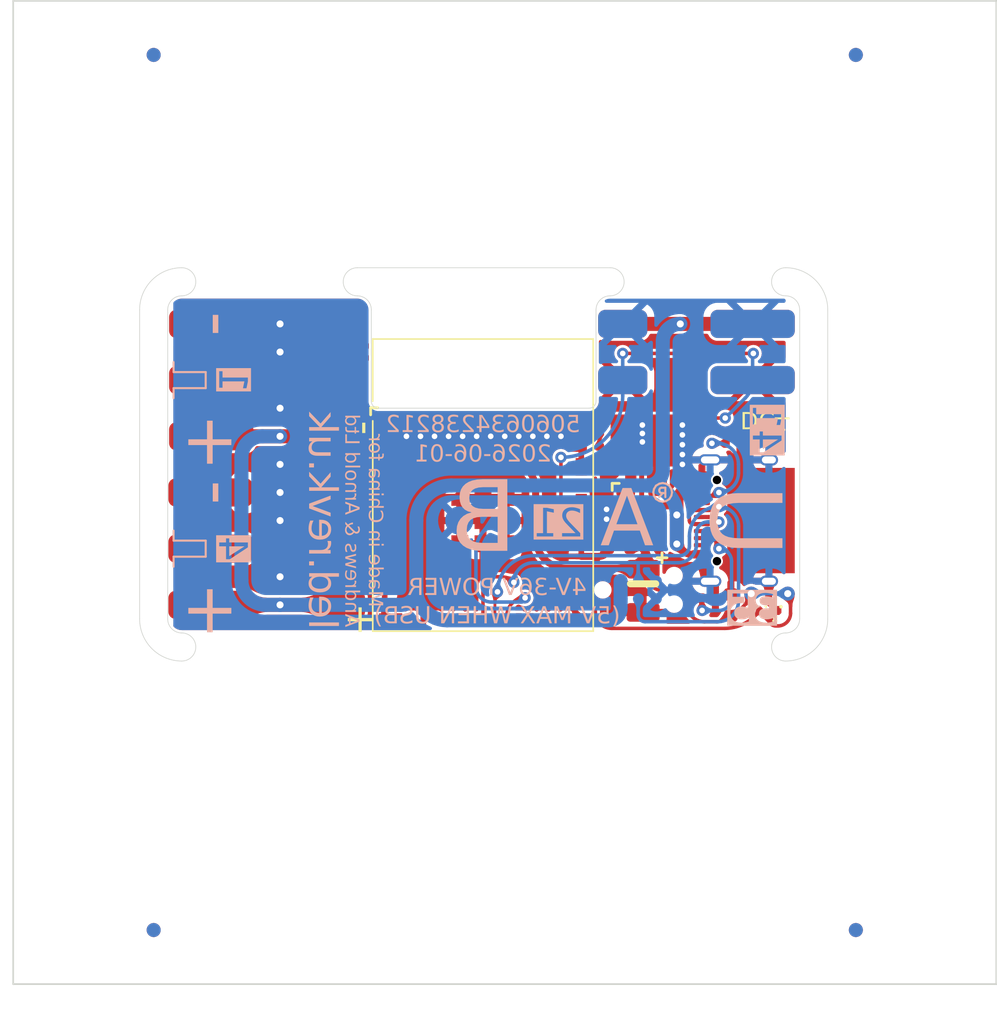
<source format=kicad_pcb>
(kicad_pcb (version 20240108) (generator "pcbnew") (generator_version "8.0")
  (title_block (title "PCB-LED") (rev "1") (company "Adrian Kennard, Andrews & Arnold Ltd"))
  (layers (0 "F.Cu" signal) (31 "B.Cu" signal) (34 "B.Paste" user) (35 "F.Paste" user) (36 "B.SilkS" user "B.Silkscreen") (37 "F.SilkS" user "F.Silkscreen") (38 "B.Mask" user) (39 "F.Mask" user) (44 "Edge.Cuts" user))
  (net 0 "")
  (net 1 "GND")
  (net 2 "+3V3")
  (net 3 "Net-(J5-CC1)")
  (net 4 "D+")
  (net 5 "D-")
  (net 7 "Net-(J5-CC2)")
  (net 9 "Net-(U6-EN)")
  (net 20 "LED1")
  (net 24 "BLINK")
  (net 26 "DC")
  (net 29 "Net-(J1-Pin_2)")
  (net 48 "LED2")
  (net 49 "BTN")
  (footprint "RevK:DFN1006-2L" (layer "F.Cu") (at 90 102 -90)
    (property "Reference" "D2" (hide yes))
    (property "Value" "~")
  )
  (footprint "RevK:L_4x4_" (layer "F.Cu") (at 109.75 96.3 180)
    (property "Reference" "L2" (hide yes))
    (property "Value" "10uH")
  )
  (footprint "RevK:R_0402_" (layer "F.Cu") (at 111.55 102.8 180)
    (property "Reference" "R15" (hide yes))
    (property "Value" "1M" (hide yes))
  )
  (footprint "RevK:C_0603_" (layer "F.Cu") (at 109.75 98.9 180)
    (property "Reference" "C12" (hide yes))
    (property "Value" "100nF")
  )
  (footprint "RevK:Shadow" (layer "F.Cu") (at 100 100)
    (property "Reference" "REF**" (hide yes))
    (property "Value" "Shadow")
  )
  (footprint "RevK:VCUT70N" (layer "F.Cu") (at 99.5 86)
    (property "Reference" "V1" (hide yes))
    (property "Value" "~")
  )
  (footprint "RevK:R_0402" (layer "F.Cu") (at 106.75 97.25 90)
    (property "Reference" "R2" (hide yes))
    (property "Value" "10K" (hide yes))
  )
  (footprint "RevK:CP_EIA-3528-21_Kemet-B" (layer "F.Cu") (at 109.85 107 -90)
    (property "Reference" "C1" (hide yes))
    (property "Value" "220uF Tant")
  )
  (footprint "RevK:C_0603" (layer "F.Cu") (at 116.1 108 90)
    (property "Reference" "C4" (hide yes))
    (property "Value" "100nF")
  )
  (footprint "RevK:WAGO-2060-452-998-404" (layer "F.Cu") (at 113 90 180)
    (property "Reference" "J7" (hide yes))
    (property "Value" "Wago")
  )
  (footprint "RevK:R_0402_" (layer "F.Cu") (at 107.949999 102.8 180)
    (property "Reference" "R14" (hide yes))
    (property "Value" "39k2" (hide yes))
  )
  (footprint "RevK:USB-C-Socket-H" (layer "F.Cu") (at 115.11 102 90)
    (property "Reference" "J5" (hide yes))
    (property "Value" "USB-C-Socket-H")
  )
  (footprint "RevK:R_0402_" (layer "F.Cu") (at 109.75 102.8 180)
    (property "Reference" "R4" (hide yes))
    (property "Value" "124k" (hide yes))
  )
  (footprint "RevK:SMD1010" (layer "F.Cu") (at 118.797638 108.4 -135)
    (property "Reference" "D1" (hide yes))
    (property "Value" "XL-1010RGBC-WS2812B" (hide yes))
  )
  (footprint "RevK:C_0402" (layer "F.Cu") (at 106.75 95.25 90)
    (property "Reference" "C9" (hide yes))
    (property "Value" "1uF" (hide yes))
  )
  (footprint "RevK:VCUT70N" (layer "F.Cu") (at 100 110 180)
    (property "Reference" "V2" (hide yes))
    (property "Value" "~")
  )
  (footprint "RevK:PCB7070" (layer "F.Cu") (at 100 100)
    (property "Reference" "PCB1" (hide yes))
    (property "Value" "70x70" (hide yes))
    (fp_line (start -35 -35) (end 35 -35) (stroke (width 0.12)) (layer "Edge.Cuts"))
    (fp_line (start -35 35) (end -35 -35) (stroke (width 0.12)) (layer "Edge.Cuts"))
    (fp_line (start 35 -35) (end 35 35) (stroke (width 0.12)) (layer "Edge.Cuts"))
    (fp_line (start 35 35) (end -35 35) (stroke (width 0.12)) (layer "Edge.Cuts"))
  )
  (footprint "RevK:SOT-23-6-MD8942" (layer "F.Cu") (at 109.75 100.9 180)
    (property "Reference" "U7" (hide yes))
    (property "Value" "MD8942")
  )
  (footprint "RevK:C_0603" (layer "F.Cu") (at 108.15 103.9 180)
    (property "Reference" "C3" (hide yes))
    (property "Value" "22uF")
  )
  (footprint "RevK:R_0402" (layer "F.Cu") (at 114.5 107.5)
    (property "Reference" "R5" (hide yes))
    (property "Value" "5K1" (hide yes))
  )
  (footprint "RevK:C_0603_" (layer "F.Cu") (at 112.25 99.6 -90)
    (property "Reference" "C10" (hide yes))
    (property "Value" "10uF 50V")
  )
  (footprint "RevK:WAGO-2060-453-998-404" (layer "F.Cu") (at 83.75 92)
    (property "Reference" "J4" (hide yes))
    (property "Value" "Wago")
  )
  (footprint "RevK:C_0402" (layer "F.Cu") (at 110.396745 103.979436)
    (property "Reference" "C2" (hide yes))
    (property "Value" "100nF" (hide yes))
  )
  (footprint "RevK:R_0402" (layer "F.Cu") (at 116.25 96.5 180)
    (property "Reference" "R6" (hide yes))
    (property "Value" "5K1" (hide yes))
  )
  (footprint "RevK:C_0603_" (layer "F.Cu") (at 107.25 99.6 -90)
    (property "Reference" "C11" (hide yes))
    (property "Value" "10uF 6.3V")
  )
  (footprint "RevK:DFN1006-2L" (layer "F.Cu") (at 90 90 -90)
    (property "Reference" "D3" (hide yes))
    (property "Value" "~")
  )
  (footprint "RevK:ESP32-S3-MINI-1" (layer "F.Cu") (at 98.45 102)
    (property "Reference" "U6" (hide yes))
    (property "Value" "ESP32-S3-MINI-1" (hide yes))
  )
  (footprint "RevK:DFN1006-2L" (layer "F.Cu") (at 114.325 94.75)
    (property "Reference" "D4" (hide yes))
    (property "Value" "~")
  )
  (footprint "RevK:WAGO-2060-453-998-404" (layer "F.Cu") (at 83.7 104)
    (property "Reference" "J2" (hide yes))
    (property "Value" "Wago")
  )
  (footprint "RevK:WAGO-2060-452-998-404" (layer "B.Cu") (at 113 90 180)
    (property "Reference" "J6" (hide yes))
    (property "Value" "Wago")
  )
  (footprint "RevK:AA-Pad" (layer "B.Cu") (at 98.45 102 180)
    (property "Reference" "J1" (hide yes))
    (property "Value" "Reset")
  )
  (footprint "RevK:Tag-Connect_TC2030-IDC-NL_2x03_P1.27mm_Vertical" (layer "B.Cu") (at 109.52 106.935)
    (property "Reference" "J3" (hide yes))
    (property "Value" "TC2030-USB-NL-DS")
  )
  (gr_arc (start 121 109) (mid 120.707107 109.707107) (end 120 110) (stroke (width 0.05)) (layer "Edge.Cuts"))
  (gr_line (start 90.5 87) (end 90.5 93.5) (stroke (width 0.05)) (layer "Edge.Cuts"))
  (gr_arc (start 74 87) (mid 74.87868 84.87868) (end 77 84) (stroke (width 0.05)) (layer "Edge.Cuts"))
  (gr_arc (start 77 84) (mid 78 85) (end 77 86) (stroke (width 0.05)) (layer "Edge.Cuts"))
  (gr_line (start 106.5 93.5) (end 106.5 87) (stroke (width 0.05)) (layer "Edge.Cuts"))
  (gr_arc (start 120 86) (mid 120.707107 86.292893) (end 121 87) (stroke (width 0.05)) (layer "Edge.Cuts"))
  (gr_line (start 107.5 84) (end 89.5 84) (stroke (width 0.05)) (layer "Edge.Cuts"))
  (gr_line (start 123 87) (end 123 109) (stroke (width 0.05)) (layer "Edge.Cuts"))
  (gr_arc (start 76 87) (mid 76.292893 86.292893) (end 77 86) (stroke (width 0.05)) (layer "Edge.Cuts"))
  (gr_arc (start 77 110) (mid 76.292893 109.707107) (end 76 109) (stroke (width 0.05)) (layer "Edge.Cuts"))
  (gr_arc (start 89.5 86) (mid 90.207107 86.292893) (end 90.5 87) (stroke (width 0.05)) (layer "Edge.Cuts"))
  (gr_line (start 121 87) (end 121 109) (stroke (width 0.05)) (layer "Edge.Cuts"))
  (gr_arc (start 106.5 87) (mid 106.792893 86.292893) (end 107.5 86) (stroke (width 0.05)) (layer "Edge.Cuts"))
  (gr_arc (start 106.5 93.5) (mid 106.353553 93.853553) (end 106 94) (stroke (width 0.05)) (layer "Edge.Cuts"))
  (gr_arc (start 120 112) (mid 119 111) (end 120 110) (stroke (width 0.05)) (layer "Edge.Cuts"))
  (gr_line (start 91 94) (end 106 94) (stroke (width 0.05)) (layer "Edge.Cuts"))
  (gr_arc (start 120 84) (mid 122.12132 84.87868) (end 123 87) (stroke (width 0.05)) (layer "Edge.Cuts"))
  (gr_arc (start 120 86) (mid 119 85) (end 120 84) (stroke (width 0.05)) (layer "Edge.Cuts"))
  (gr_arc (start 123 109) (mid 122.12132 111.12132) (end 120 112) (stroke (width 0.05)) (layer "Edge.Cuts"))
  (gr_arc (start 107.5 84) (mid 108.5 85) (end 107.5 86) (stroke (width 0.05)) (layer "Edge.Cuts"))
  (gr_line (start 76 87) (end 76 109) (stroke (width 0.05)) (layer "Edge.Cuts"))
  (gr_arc (start 91 94) (mid 90.646447 93.853553) (end 90.5 93.5) (stroke (width 0.05)) (layer "Edge.Cuts"))
  (gr_arc (start 77 110) (mid 78 111) (end 77 112) (stroke (width 0.05)) (layer "Edge.Cuts"))
  (gr_arc (start 77 112) (mid 74.87868 111.12132) (end 74 109) (stroke (width 0.05)) (layer "Edge.Cuts"))
  (gr_line (start 74 87) (end 74 109) (stroke (width 0.05)) (layer "Edge.Cuts"))
  (gr_arc (start 89.5 86) (mid 88.5 85) (end 89.5 84) (stroke (width 0.05)) (layer "Edge.Cuts"))
  (gr_text "Made in China for\nAndrews & Arnold Ltd" (at 89.9 102 -90) (layer "B.SilkS") (effects (font (size 1 1)) (justify mirror)))
  (gr_text "4V-36V POWER\n(5V MAX WHEN USB)" (at 99.45 106.1 0) (layer "B.SilkS") (effects (font (size 1.2 1.2)) (justify top mirror)))
  (gr_text "${CURRENT_DATE}" (at 98.45 96.6 0) (layer "B.SilkS") (effects (font (size 1.2 1.2)) (justify top mirror)))
  (gr_text "+" (at 79 108.5 0) (layer "B.SilkS") (effects (font (size 3.5 3.5)) (justify mirror)))
  (gr_text "U" (at 116.75 102 270) (layer "B.SilkS") (effects (font (size 5 5)) (justify mirror)))
  (gr_text "21" (at 103.8 102.3 0) (layer "B.SilkS" knockout) (effects (font (size 2 2)) (justify mirror)))
  (gr_text "5060634238212" (at 98.45 94.5 0) (layer "B.SilkS") (effects (font (size 1.2 1.2)) (justify top mirror)))
  (gr_text "4" (at 80.5 104 -90) (layer "B.SilkS" knockout) (effects (font (size 2 2)) (justify mirror)))
  (gr_text "®" (at 112.2 100.6 0) (layer "B.SilkS") (effects (font (size 1 1)) (justify left bottom mirror)))
  (gr_text "1" (at 80.5 92 270) (layer "B.SilkS" knockout) (effects (font (size 2 2)) (justify mirror)))
  (gr_text "-" (at 79.3 100 90) (layer "B.SilkS") (effects (font (size 3.5 3.5)) (justify mirror)))
  (gr_text "⎍" (at 77.8 92 -90) (layer "B.SilkS") (effects (font (size 3 3)) (justify mirror)))
  (gr_text "⎍" (at 77.8 104 -90) (layer "B.SilkS") (effects (font (size 3 3)) (justify mirror)))
  (gr_text "35" (at 117.6 108.4 0) (layer "B.SilkS" knockout) (effects (font (size 2 2)) (justify mirror)))
  (gr_text "led.revk.uk" (at 86.9 102 -90) (layer "B.SilkS") (effects (font (size 2 2)) (justify mirror)))
  (gr_text "-" (at 79.3 88 90) (layer "B.SilkS") (effects (font (size 3.5 3.5)) (justify mirror)))
  (gr_text "41" (at 118.5 95.5 270) (layer "B.SilkS" knockout) (effects (font (size 2 2)) (justify mirror)))
  (gr_text "A" (at 108.7 102.1 0) (layer "B.SilkS") (effects (font (size 4 4)) (justify mirror)))
  (gr_text "+" (at 79 96.5 0) (layer "B.SilkS") (effects (font (size 3.5 3.5)) (justify mirror)))
  (gr_text "DC" (at 118 95 0) (layer "F.SilkS") (effects (font (size 1.2 1.2))))
  (gr_text "+" (at 89.7 109.1 0) (layer "F.SilkS") (effects (font (size 2 2))))
  (gr_text "-" (at 119.75 95.5 0) (layer "F.SilkS") (effects (font (size 1.2 1.2))))
  (gr_text "-" (at 89.9 95.4 90) (layer "F.SilkS") (effects (font (size 2 2))))
  (gr_text "+" (at 119.75 94.75 0) (layer "F.SilkS") (effects (font (size 1.2 1.2))))
  (segment (start 110.911487 104.118001) (end 110.929629 104.173761) (width 0.5) (layer "F.Cu") (net 1))
  (segment (start 118.797638 107.798959) (end 118.797638 106.349844) (width 0.5) (layer "F.Cu") (net 1))
  (segment (start 115 107.5) (end 115.436092 107.5) (width 0.5) (layer "F.Cu") (net 1))
  (segment (start 89.7 99.6) (end 89.7 99.3) (width 0.5) (layer "F.Cu") (net 1))
  (segment (start 107.175 103.7) (end 105.45 103.7) (width 0.5) (layer "F.Cu") (net 1))
  (segment (start 110.929629 104.173761) (end 110.948367 104.213731) (width 0.5) (layer "F.Cu") (net 1))
  (segment (start 105.45 95) (end 106.146447 95) (width 0.5) (layer "F.Cu") (net 1))
  (segment (start 110.948367 104.213731) (end 111.001595 104.284124) (width 0.5) (layer "F.Cu") (net 1))
  (segment (start 111.001595 104.284124) (end 111.034936 104.313057) (width 0.5) (layer "F.Cu") (net 1))
  (segment (start 106.725 104.55) (end 105.45 104.55) (width 0.5) (layer "F.Cu") (net 1))
  (segment (start 91.45 109) (end 91.45 107.95) (width 0.5) (layer "F.Cu") (net 1))
  (segment (start 111.034936 104.313057) (end 111.17773 104.455851) (width 0.5) (layer "F.Cu") (net 1))
  (segment (start 115 107.5) (end 115 106.7) (width 0.5) (layer "F.Cu") (net 1))
  (segment (start 114.421838 106.121837) (end 114.62 106.32) (width 0.5) (layer "F.Cu") (net 1))
  (segment (start 110.898767 104.041284) (end 110.911487 104.118001) (width 0.5) (layer "F.Cu") (net 1))
  (via (at 93 96) (size 0.8) (drill 0.4) (layers "F.Cu" "B.Cu") (net 1))
  (via (at 101 96) (size 0.8) (drill 0.4) (layers "F.Cu" "B.Cu") (net 1))
  (via (at 103 96) (size 0.8) (drill 0.4) (layers "F.Cu" "B.Cu") (net 1))
  (via (at 109.8 95.8) (size 0.8) (drill 0.4) (layers "F.Cu" "B.Cu") (net 1))
  (via (at 112.65 95.9) (size 0.8) (drill 0.4) (layers "F.Cu" "B.Cu") (net 1))
  (via (at 84 88) (size 1) (drill 0.5) (layers "F.Cu" "B.Cu") (net 1))
  (via (at 84 94) (size 1) (drill 0.5) (layers "F.Cu" "B.Cu") (net 1))
  (via (at 112.65 97.3) (size 0.8) (drill 0.4) (layers "F.Cu" "B.Cu") (net 1))
  (via (at 84 90) (size 1) (drill 0.5) (layers "F.Cu" "B.Cu") (net 1))
  (via (at 112.65 96.6) (size 0.8) (drill 0.4) (layers "F.Cu" "B.Cu") (net 1))
  (via (at 97 96) (size 0.8) (drill 0.4) (layers "F.Cu" "B.Cu") (net 1))
  (via (at 109.8 96.4) (size 0.8) (drill 0.4) (layers "F.Cu" "B.Cu") (net 1))
  (via (at 96 96) (size 0.8) (drill 0.4) (layers "F.Cu" "B.Cu") (net 1))
  (via (at 84 100) (size 1) (drill 0.5) (layers "F.Cu" "B.Cu") (net 1))
  (via (at 102 96) (size 0.8) (drill 0.4) (layers "F.Cu" "B.Cu") (net 1))
  (via (at 84 106) (size 1) (drill 0.5) (layers "F.Cu" "B.Cu") (net 1))
  (via (at 100 96) (size 0.8) (drill 0.4) (layers "F.Cu" "B.Cu") (net 1))
  (via (at 109.8 95.2) (size 0.8) (drill 0.4) (layers "F.Cu" "B.Cu") (net 1))
  (via (at 99 96) (size 0.8) (drill 0.4) (layers "F.Cu" "B.Cu") (net 1))
  (via (at 84 102) (size 1) (drill 0.5) (layers "F.Cu" "B.Cu") (net 1))
  (via (at 104 96) (size 0.8) (drill 0.4) (layers "F.Cu" "B.Cu") (net 1))
  (via (at 112.65 98) (size 0.8) (drill 0.4) (layers "F.Cu" "B.Cu") (net 1))
  (via (at 112.65 95.2) (size 0.8) (drill 0.4) (layers "F.Cu" "B.Cu") (net 1))
  (via (at 107.25 101.2) (size 0.8) (drill 0.4) (layers "F.Cu" "B.Cu") (net 1))
  (via (at 94 96) (size 0.8) (drill 0.4) (layers "F.Cu" "B.Cu") (net 1))
  (via (at 84 98) (size 1) (drill 0.5) (layers "F.Cu" "B.Cu") (net 1))
  (via (at 107.25 101.9) (size 0.8) (drill 0.4) (layers "F.Cu" "B.Cu") (net 1))
  (via (at 95 96) (size 0.8) (drill 0.4) (layers "F.Cu" "B.Cu") (net 1))
  (via (at 98 96) (size 0.8) (drill 0.4) (layers "F.Cu" "B.Cu") (net 1))
  (arc (start 107.375 103.9) (mid 107.184619 104.359619) (end 106.725 104.55) (width 0.5) (layer "F.Cu") (net 1))
  (arc (start 114.04 105.2) (mid 114.139236 105.698895) (end 114.421838 106.121837) (width 0.5) (layer "F.Cu") (net 1))
  (arc (start 115.436092 107.5) (mid 115.795396 107.42853) (end 116.1 107.225) (width 0.5) (layer "F.Cu") (net 1))
  (arc (start 107.375 103.9) (mid 107.316421 103.758579) (end 107.175 103.7) (width 0.5) (layer "F.Cu") (net 1))
  (arc (start 106.146447 95) (mid 106.473088 94.935027) (end 106.75 94.75) (width 0.5) (layer "F.Cu") (net 1))
  (arc (start 111.17773 104.455851) (mid 111.669692 104.784569) (end 112.25 104.9) (width 0.5) (layer "F.Cu") (net 1))
  (arc (start 115 106.7) (mid 114.888701 106.431299) (end 114.62 106.32) (width 0.5) (layer "F.Cu") (net 1))
  (segment (start 110.05 104.069297) (end 110.099002 104.020295) (width 0.5) (layer "F.Cu") (net 2))
  (segment (start 108.925 103.9) (end 109.70497 103.9) (width 0.5) (layer "F.Cu") (net 2))
  (segment (start 110.099002 104.020295) (end 110.176745 103.885633) (width 0.5) (layer "F.Cu") (net 2))
  (segment (start 110.05 105.4625) (end 110.05 104.069297) (width 0.5) (layer "F.Cu") (net 2))
  (segment (start 91.45 97.75) (end 100.15 97.75) (width 0.5) (layer "F.Cu") (net 2))
  (segment (start 105.45 105.4) (end 104.4 105.4) (width 0.5) (layer "F.Cu") (net 2))
  (segment (start 120.35 108.6) (end 120.35 107.4) (width 0.25) (layer "F.Cu") (net 2))
  (segment (start 102.2 103.2) (end 102.2 99.8) (width 0.5) (layer "F.Cu") (net 2))
  (segment (start 114.25 109.2) (end 114.2 109.2) (width 0.25) (layer "F.Cu") (net 2))
  (segment (start 110.176745 103.885633) (end 110.176745 102.976853) (width 0.5) (layer "F.Cu") (net 2))
  (segment (start 116.484099 108.615901) (end 117.302513 107.797487) (width 0.25) (layer "F.Cu") (net 2))
  (segment (start 110.05 105.4625) (end 110.05 104.349426) (width 0.5) (layer "F.Cu") (net 2))
  (segment (start 119.296597 109.5) (end 119.45 109.5) (width 0.25) (layer "F.Cu") (net 2))
  (segment (start 114.25 109.2) (end 115.07396 109.2) (width 0.25) (layer "F.Cu") (net 2))
  (segment (start 106.75 98.325) (end 106.75 97.75) (width 0.25) (layer "F.Cu") (net 2))
  (segment (start 105.45 105.4) (end 109.2875 105.4) (width 0.5) (layer "F.Cu") (net 2))
  (segment (start 112.5 107) (end 111.3875 107) (width 0.25) (layer "F.Cu") (net 2))
  (segment (start 113 108) (end 113 107.5) (width 0.25) (layer "F.Cu") (net 2))
  (via (at 117.55 107.2) (size 1) (drill 0.5) (layers "F.Cu" "B.Cu") (net 2))
  (via (at 120.15 107.2) (size 1) (drill 0.5) (layers "F.Cu" "B.Cu") (net 2))
  (arc (start 114.2 109.2) (mid 113.351472 108.848528) (end 113 108) (width 0.25) (layer "F.Cu") (net 2))
  (arc (start 102.2 99.8) (mid 101.599569 98.350431) (end 100.15 97.75) (width 0.5) (layer "F.Cu") (net 2))
  (arc (start 116.1 108.775) (mid 116.307873 108.733652) (end 116.484099 108.615901) (width 0.25) (layer "F.Cu") (net 2))
  (arc (start 118.797638 109.001041) (mid 118.94378 109.353858) (end 119.296597 109.5) (width 0.25) (layer "F.Cu") (net 2))
  (arc (start 120.35 107.4) (mid 120.291421 107.258579) (end 120.15 107.2) (width 0.25) (layer "F.Cu") (net 2))
  (arc (start 117.302513 107.797487) (mid 117.48568 107.523357) (end 117.55 107.2) (width 0.25) (layer "F.Cu") (net 2))
  (arc (start 104.4 105.4) (mid 102.844365 104.755635) (end 102.2 103.2) (width 0.5) (layer "F.Cu") (net 2))
  (arc (start 113 107.5) (mid 112.853553 107.146447) (end 112.5 107) (width 0.25) (layer "F.Cu") (net 2))
  (arc (start 109.70497 103.9) (mid 109.808757 103.920645) (end 109.896745 103.979436) (width 0.5) (layer "F.Cu") (net 2))
  (arc (start 115.07396 109.2) (mid 115.629249 109.089546) (end 116.1 108.775) (width 0.25) (layer "F.Cu") (net 2))
  (arc (start 119.45 109.5) (mid 120.086396 109.236396) (end 120.35 108.6) (width 0.25) (layer "F.Cu") (net 2))
  (arc (start 107.25 98.825) (mid 106.896447 98.678553) (end 106.75 98.325) (width 0.25) (layer "F.Cu") (net 2))
  (arc (start 110.176745 102.976853) (mid 110.195783 102.881141) (end 110.25 102.8) (width 0.5) (layer "F.Cu") (net 2))
  (arc (start 111.3875 107) (mid 110.300323 106.549677) (end 109.85 105.4625) (width 0.25) (layer "F.Cu") (net 2))
  (arc (start 110.05 104.349426) (mid 110.01017 104.149189) (end 109.896745 103.979436) (width 0.5) (layer "F.Cu") (net 2))
  (segment (start 117.55 107.2) (end 120.15 107.2) (width 0.25) (layer "B.Cu") (net 2))
  (segment (start 114.04 103.25) (end 114.5 103.25) (width 0.25) (layer "F.Cu") (net 3))
  (segment (start 114.05 108.4) (end 114.05 107.55) (width 0.25) (layer "F.Cu") (net 3))
  (via (at 114.05 108.4) (size 0.8) (drill 0.4) (layers "F.Cu" "B.Cu") (net 3))
  (via (at 115.25 104) (size 0.8) (drill 0.4) (layers "F.Cu" "B.Cu") (net 3))
  (arc (start 114.5 103.25) (mid 115.03033 103.46967) (end 115.25 104) (width 0.25) (layer "F.Cu") (net 3))
  (segment (start 115.25 108.4) (end 114.05 108.4) (width 0.25) (layer "B.Cu") (net 3))
  (segment (start 116.15 104.9) (end 116.15 107.5) (width 0.25) (layer "B.Cu") (net 3))
  (arc (start 116.15 107.5) (mid 115.886396 108.136396) (end 115.25 108.4) (width 0.25) (layer "B.Cu") (net 3))
  (arc (start 116.15 104.9) (mid 115.886396 104.263604) (end 115.25 104) (width 0.25) (layer "B.Cu") (net 3))
  (segment (start 99.3 109) (end 99.3 107.518483) (width 0.2) (layer "F.Cu") (net 4))
  (segment (start 113.145 101.507236) (end 113.145 101.992764) (width 0.25) (layer "F.Cu") (net 4))
  (segment (start 114.04 101.25) (end 113.402236 101.25) (width 0.25) (layer "F.Cu") (net 4))
  (segment (start 114.1 101.25) (end 114.945635 101.25) (width 0.25) (layer "F.Cu") (net 4))
  (segment (start 114.04 102.25) (end 113.402236 102.25) (width 0.25) (layer "F.Cu") (net 4))
  (via (at 115.25 101.010753) (size 0.8) (drill 0.4) (layers "F.Cu" "B.Cu") (net 4))
  (via (at 99.483697 107.075) (size 0.8) (drill 0.4) (layers "F.Cu" "B.Cu") (net 4))
  (arc (start 113.402236 102.25) (mid 113.220343 102.174657) (end 113.145 101.992764) (width 0.25) (layer "F.Cu") (net 4))
  (arc (start 114.945635 101.25) (mid 115.114808 101.179926) (end 115.184882 101.010753) (width 0.25) (layer "F.Cu") (net 4))
  (arc (start 113.402236 101.25) (mid 113.220343 101.325343) (end 113.145 101.507236) (width 0.25) (layer "F.Cu") (net 4))
  (arc (start 99.3 107.518483) (mid 99.347741 107.278472) (end 99.483697 107.075) (width 0.2) (layer "F.Cu") (net 4))
  (segment (start 110 109.2) (end 115.15 109.2) (width 0.25) (layer "B.Cu") (net 4))
  (segment (start 109.5 107.57) (end 109.5 108.7) (width 0.25) (layer "B.Cu") (net 4))
  (segment (start 102.058697 104.5) (end 112.45 104.5) (width 0.25) (layer "B.Cu") (net 4))
  (segment (start 113.15 103.8) (end 113.15 103.110753) (width 0.25) (layer "B.Cu") (net 4))
  (segment (start 116.65 107.7) (end 116.65 102.410753) (width 0.25) (layer "B.Cu") (net 4))
  (arc (start 99.483697 107.075) (mid 100.237897 105.2542) (end 102.058697 104.5) (width 0.25) (layer "B.Cu") (net 4))
  (arc (start 115.15 109.2) (mid 116.21066 108.76066) (end 116.65 107.7) (width 0.25) (layer "B.Cu") (net 4))
  (arc (start 112.45 104.5) (mid 112.944975 104.294975) (end 113.15 103.8) (width 0.25) (layer "B.Cu") (net 4))
  (arc (start 116.65 102.410753) (mid 116.239949 101.420804) (end 115.25 101.010753) (width 0.25) (layer "B.Cu") (net 4))
  (arc (start 113.15 103.110753) (mid 113.765076 101.625829) (end 115.25 101.010753) (width 0.25) (layer "B.Cu") (net 4))
  (arc (start 109.5 108.7) (mid 109.646447 109.053553) (end 110 109.2) (width 0.25) (layer "B.Cu") (net 4))
  (segment (start 114.04 102.75) (end 114.6 102.75) (width 0.25) (layer "F.Cu") (net 5))
  (segment (start 98.45 106.8) (end 98.45 109) (width 0.25) (layer "F.Cu") (net 5))
  (segment (start 114.04 101.75) (end 114.9 101.75) (width 0.25) (layer "F.Cu") (net 5))
  (segment (start 99.684315 106) (end 99.25 106) (width 0.25) (layer "F.Cu") (net 5))
  (via (at 115.25 102.1) (size 0.8) (drill 0.4) (layers "F.Cu" "B.Cu") (net 5))
  (via (at 100.65 106.4) (size 0.8) (drill 0.4) (layers "F.Cu" "B.Cu") (net 5))
  (arc (start 114.6 102.75) (mid 115.059619 102.559619) (end 115.25 102.1) (width 0.25) (layer "F.Cu") (net 5))
  (arc (start 99.25 106) (mid 98.684315 106.234315) (end 98.45 106.8) (width 0.25) (layer "F.Cu") (net 5))
  (arc (start 100.65 106.4) (mid 100.20694 106.103956) (end 99.684315 106) (width 0.25) (layer "F.Cu") (net 5))
  (arc (start 114.9 101.75) (mid 115.147487 101.852513) (end 115.25 102.1) (width 0.25) (layer "F.Cu") (net 5))
  (segment (start 102.05 105) (end 112.35 105) (width 0.25) (layer "B.Cu") (net 5))
  (segment (start 114.45 102.1) (end 115.25 102.1) (width 0.25) (layer "B.Cu") (net 5))
  (segment (start 109.5 106.3) (end 109.5 105.03) (width 0.25) (layer "B.Cu") (net 5))
  (segment (start 113.65 103.7) (end 113.65 102.9) (width 0.25) (layer "B.Cu") (net 5))
  (arc (start 113.65 102.9) (mid 113.884315 102.334315) (end 114.45 102.1) (width 0.25) (layer "B.Cu") (net 5))
  (arc (start 100.65 106.4) (mid 101.060051 105.410051) (end 102.05 105) (width 0.25) (layer "B.Cu") (net 5))
  (arc (start 112.35 105) (mid 113.269239 104.619239) (end 113.65 103.7) (width 0.25) (layer "B.Cu") (net 5))
  (segment (start 115.75 96.5) (end 114.75 96.5) (width 0.25) (layer "F.Cu") (net 7))
  (segment (start 114.04 100.25) (end 115 100.25) (width 0.25) (layer "F.Cu") (net 7))
  (via (at 114.75 96.5) (size 0.8) (drill 0.4) (layers "F.Cu" "B.Cu") (net 7))
  (via (at 115.25 100) (size 0.8) (drill 0.4) (layers "F.Cu" "B.Cu") (net 7))
  (arc (start 115 100.25) (mid 115.073223 100.073223) (end 115.25 100) (width 0.25) (layer "F.Cu") (net 7))
  (segment (start 116.642581 98) (end 116.642581 98.607419) (width 0.25) (layer "B.Cu") (net 7))
  (segment (start 114.75 96.5) (end 115.142581 96.5) (width 0.25) (layer "B.Cu") (net 7))
  (arc (start 115.142581 96.5) (mid 116.203241 96.93934) (end 116.642581 98) (width 0.25) (layer "B.Cu") (net 7))
  (arc (start 116.642581 98.607419) (mid 116.234703 99.592122) (end 115.25 100) (width 0.25) (layer "B.Cu") (net 7))
  (segment (start 106.75 95.75) (end 106.75 96) (width 0.25) (layer "F.Cu") (net 9))
  (segment (start 106.75 96) (end 106.75 96.75) (width 0.25) (layer "F.Cu") (net 9))
  (segment (start 105.45 96.05) (end 106.7 96.05) (width 0.25) (layer "F.Cu") (net 9))
  (arc (start 106.7 96.05) (mid 106.735355 96.035355) (end 106.75 96) (width 0.25) (layer "F.Cu") (net 9))
  (segment (start 90.324999 102.425) (end 90 102.425) (width 0.5) (layer "F.Cu") (net 20))
  (segment (start 91.45 102) (end 90.749999 102) (width 0.5) (layer "F.Cu") (net 20))
  (segment (start 88.3 104) (end 79.05 104) (width 1) (layer "F.Cu") (net 20))
  (segment (start 90.749999 102) (end 90.324999 102.425) (width 0.5) (layer "F.Cu") (net 20))
  (arc (start 90 102.425) (mid 89.538693 103.538693) (end 88.425 104) (width 0.5) (layer "F.Cu") (net 20))
  (segment (start 105.45 107.95) (end 105.9 107.95) (width 0.25) (layer "F.Cu") (net 24))
  (segment (start 107.625 109.675) (end 115.65 109.675) (width 0.25) (layer "F.Cu") (net 24))
  (segment (start 117.820752 108.775845) (end 118.196597 108.4) (width 0.25) (layer "F.Cu") (net 24))
  (arc (start 105.9 107.95) (mid 106.288909 108.111091) (end 106.45 108.5) (width 0.25) (layer "F.Cu") (net 24))
  (arc (start 107.625 109.675) (mid 106.79415 109.33085) (end 106.45 108.5) (width 0.25) (layer "F.Cu") (net 24))
  (arc (start 115.65 109.675) (mid 116.824803 109.441317) (end 117.820752 108.775845) (width 0.25) (layer "F.Cu") (net 24))
  (segment (start 117.65 88) (end 108.4 88) (width 1) (layer "F.Cu") (net 26))
  (segment (start 112.803959 104.222272) (end 112.25 103.668313) (width 0.5) (layer "F.Cu") (net 26))
  (segment (start 88.3 108) (end 79.05 108) (width 1) (layer "F.Cu") (net 26))
  (segment (start 114.04 104.4) (end 113.233032 104.4) (width 0.5) (layer "F.Cu") (net 26))
  (segment (start 114.04 99.6) (end 113.025 99.6) (width 0.5) (layer "F.Cu") (net 26))
  (segment (start 88.35 96) (end 79.1 96) (width 1) (layer "F.Cu") (net 26))
  (segment (start 112.25 101.62) (end 112.25 103.668313) (width 1) (layer "F.Cu") (net 26))
  (via (at 112.25 101.6) (size 1) (drill 0.5) (layers "F.Cu" "B.Cu") (net 26))
  (via (at 84 96) (size 1) (drill 0.5) (layers "F.Cu" "B.Cu") (net 26))
  (via (at 112.25 103.668313) (size 1) (drill 0.5) (layers "F.Cu" "B.Cu") (net 26))
  (via (at 112.5 88) (size 1) (drill 0.5) (layers "F.Cu" "B.Cu") (net 26))
  (via (at 84 108) (size 1) (drill 0.5) (layers "F.Cu" "B.Cu") (net 26))
  (arc (start 113.025 99.6) (mid 112.476992 99.826992) (end 112.25 100.375) (width 0.5) (layer "F.Cu") (net 26))
  (arc (start 113.233032 104.4) (mid 113.000819 104.35381) (end 112.803959 104.222272) (width 0.5) (layer "F.Cu") (net 26))
  (segment (start 95.9 109.1) (end 107.4 109.1) (width 1) (layer "B.Cu") (net 26))
  (segment (start 111.25 98.4) (end 111.25 97.5) (width 1) (layer "B.Cu") (net 26))
  (segment (start 108.25 108.25) (end 108.25 107.57) (width 1) (layer "B.Cu") (net 26))
  (segment (start 84 108) (end 92.6 108) (width 1) (layer "B.Cu") (net 26))
  (segment (start 81.25 106.25) (end 81.25 97.5) (width 1) (layer "B.Cu") (net 26))
  (segment (start 112.25 101.6) (end 112.25 103.668313) (width 1) (layer "B.Cu") (net 26))
  (segment (start 108.25 107.57) (end 108.25 106.3) (width 1) (layer "B.Cu") (net 26))
  (segment (start 93.7 102) (end 93.7 106.9) (width 1) (layer "B.Cu") (net 26))
  (segment (start 110.15 99.5) (end 96.2 99.5) (width 1) (layer "B.Cu") (net 26))
  (segment (start 84 108) (end 83 108) (width 1) (layer "B.Cu") (net 26))
  (segment (start 111.25 97.5) (end 111.25 89.25) (width 1) (layer "B.Cu") (net 26))
  (segment (start 82.75 96) (end 84 96) (width 1) (layer "B.Cu") (net 26))
  (arc (start 92.6 108) (mid 93.377817 107.677817) (end 93.7 106.9) (width 1) (layer "B.Cu") (net 26))
  (arc (start 81.25 97.5) (mid 81.68934 96.43934) (end 82.75 96) (width 1) (layer "B.Cu") (net 26))
  (arc (start 96.2 99.5) (mid 94.432233 100.232233) (end 93.7 102) (width 1) (layer "B.Cu") (net 26))
  (arc (start 111.25 89.25) (mid 111.616117 88.366117) (end 112.5 88) (width 1) (layer "B.Cu") (net 26))
  (arc (start 83 108) (mid 81.762563 107.487437) (end 81.25 106.25) (width 1) (layer "B.Cu") (net 26))
  (arc (start 110.15 99.5) (mid 110.927817 99.177817) (end 111.25 98.4) (width 1) (layer "B.Cu") (net 26))
  (arc (start 112.25 101.6) (mid 111.634924 100.115076) (end 110.15 99.5) (width 1) (layer "B.Cu") (net 26))
  (arc (start 93.7 106.9) (mid 94.344365 108.455635) (end 95.9 109.1) (width 1) (layer "B.Cu") (net 26))
  (arc (start 107.4 109.1) (mid 108.001041 108.851041) (end 108.25 108.25) (width 1) (layer "B.Cu") (net 26))
  (via (at 101.45 107.5) (size 0.8) (drill 0.4) (layers "F.Cu" "B.Cu") (net 29))
  (arc (start 100.15 108.8) (mid 100.530761 107.880761) (end 101.45 107.5) (width 0.25) (layer "F.Cu") (net 29))
  (segment (start 97.95 104.19) (end 97.95 106.7) (width 0.25) (layer "B.Cu") (net 29))
  (segment (start 99.05 107.8) (end 101.15 107.8) (width 0.25) (layer "B.Cu") (net 29))
  (arc (start 100.14 102) (mid 98.591436 102.641436) (end 97.95 104.19) (width 0.25) (layer "B.Cu") (net 29))
  (arc (start 101.15 107.8) (mid 101.362132 107.712132) (end 101.45 107.5) (width 0.25) (layer "B.Cu") (net 29))
  (arc (start 97.95 106.7) (mid 98.272183 107.477817) (end 99.05 107.8) (width 0.25) (layer "B.Cu") (net 29))
  (segment (start 91.45 99.45) (end 90.95 99.45) (width 0.5) (layer "F.Cu") (net 48))
  (segment (start 90.55 99.05) (end 90.55 94.686396) (width 0.5) (layer "F.Cu") (net 48))
  (segment (start 90.55 94.686396) (end 88.35 92.486396) (width 0.5) (layer "F.Cu") (net 48))
  (segment (start 88.35 92) (end 79.1 92) (width 1) (layer "F.Cu") (net 48))
  (segment (start 90.95 99.45) (end 90.55 99.05) (width 0.5) (layer "F.Cu") (net 48))
  (arc (start 90 90.425) (mid 89.538693 91.538693) (end 88.425 92) (width 0.5) (layer "F.Cu") (net 48))
  (segment (start 113.3 90.1) (end 116.9 90.1) (width 0.25) (layer "F.Cu") (net 49))
  (segment (start 116.9 90.1) (end 117.7 90.1) (width 0.25) (layer "F.Cu") (net 49))
  (segment (start 105.45 102.85) (end 104.8 102.85) (width 0.25) (layer "F.Cu") (net 49))
  (segment (start 108.4 90.1) (end 113.3 90.1) (width 0.25) (layer "F.Cu") (net 49))
  (segment (start 104 102.05) (end 104 97.5) (width 0.25) (layer "F.Cu") (net 49))
  (segment (start 115.7 94.7) (end 114.87071 94.7) (width 0.25) (layer "F.Cu") (net 49))
  (via (at 115.7 94.7) (size 0.8) (drill 0.4) (layers "F.Cu" "B.Cu") (net 49))
  (via (at 117.7 90.1) (size 0.8) (drill 0.4) (layers "F.Cu" "B.Cu") (net 49))
  (via (at 104 97.5) (size 0.8) (drill 0.4) (layers "F.Cu" "B.Cu") (net 49))
  (via (at 108.4 90.1) (size 0.8) (drill 0.4) (layers "F.Cu" "B.Cu") (net 49))
  (arc (start 114.87071 94.7) (mid 114.805382 94.712994) (end 114.75 94.75) (width 0.25) (layer "F.Cu") (net 49))
  (arc (start 104.8 102.85) (mid 104.234315 102.615685) (end 104 102.05) (width 0.25) (layer "F.Cu") (net 49))
  (segment (start 108.4 92) (end 108.4 90.1) (width 0.25) (layer "B.Cu") (net 49))
  (segment (start 117.11967 93.28033) (end 115.7 94.7) (width 0.25) (layer "B.Cu") (net 49))
  (segment (start 117.65 92) (end 117.65 90.05) (width 0.25) (layer "B.Cu") (net 49))
  (segment (start 108.4 93.1) (end 108.4 92) (width 0.25) (layer "B.Cu") (net 49))
  (arc (start 117.65 92) (mid 117.512172 92.69291) (end 117.11967 93.28033) (width 0.25) (layer "B.Cu") (net 49))
  (arc (start 117.65 90.05) (mid 117.635355 90.014645) (end 117.6 90) (width 0.25) (layer "B.Cu") (net 49))
  (arc (start 104 97.5) (mid 107.11127 96.21127) (end 108.4 93.1) (width 0.25) (layer "B.Cu") (net 49))
  (zone (net 1) (net_name "GND") (layers "F&B.Cu") (connect_pads (clearance 0.2)) (min_thickness 0.25) (fill yes (thermal_gap 0.5) (thermal_bridge_width 0.5))
    (polygon (pts (xy 76.4 86) (xy 120 86) (xy 120 110) (xy 76.4 110)))
  )
)
</source>
